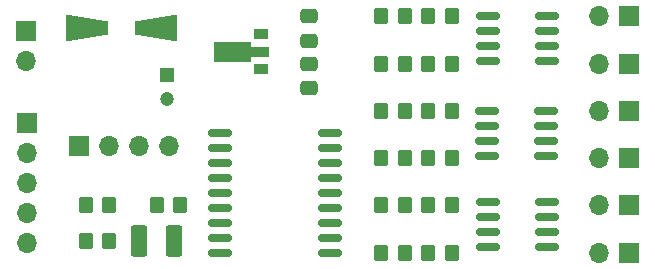
<source format=gbr>
%TF.GenerationSoftware,KiCad,Pcbnew,7.0.9*%
%TF.CreationDate,2023-12-22T17:01:32-08:00*%
%TF.ProjectId,Blinker5,426c696e-6b65-4723-952e-6b696361645f,n/c*%
%TF.SameCoordinates,Original*%
%TF.FileFunction,Soldermask,Top*%
%TF.FilePolarity,Negative*%
%FSLAX46Y46*%
G04 Gerber Fmt 4.6, Leading zero omitted, Abs format (unit mm)*
G04 Created by KiCad (PCBNEW 7.0.9) date 2023-12-22 17:01:32*
%MOMM*%
%LPD*%
G01*
G04 APERTURE LIST*
G04 Aperture macros list*
%AMRoundRect*
0 Rectangle with rounded corners*
0 $1 Rounding radius*
0 $2 $3 $4 $5 $6 $7 $8 $9 X,Y pos of 4 corners*
0 Add a 4 corners polygon primitive as box body*
4,1,4,$2,$3,$4,$5,$6,$7,$8,$9,$2,$3,0*
0 Add four circle primitives for the rounded corners*
1,1,$1+$1,$2,$3*
1,1,$1+$1,$4,$5*
1,1,$1+$1,$6,$7*
1,1,$1+$1,$8,$9*
0 Add four rect primitives between the rounded corners*
20,1,$1+$1,$2,$3,$4,$5,0*
20,1,$1+$1,$4,$5,$6,$7,0*
20,1,$1+$1,$6,$7,$8,$9,0*
20,1,$1+$1,$8,$9,$2,$3,0*%
%AMOutline4P*
0 Free polygon, 4 corners , with rotation*
0 The origin of the aperture is its center*
0 number of corners: always 4*
0 $1 to $8 corner X, Y*
0 $9 Rotation angle, in degrees counterclockwise*
0 create outline with 4 corners*
4,1,4,$1,$2,$3,$4,$5,$6,$7,$8,$1,$2,$9*%
%AMFreePoly0*
4,1,9,3.862500,-0.866500,0.737500,-0.866500,0.737500,-0.450000,-0.737500,-0.450000,-0.737500,0.450000,0.737500,0.450000,0.737500,0.866500,3.862500,0.866500,3.862500,-0.866500,3.862500,-0.866500,$1*%
G04 Aperture macros list end*
%ADD10R,1.300000X0.900000*%
%ADD11FreePoly0,180.000000*%
%ADD12RoundRect,0.150000X-0.875000X-0.150000X0.875000X-0.150000X0.875000X0.150000X-0.875000X0.150000X0*%
%ADD13RoundRect,0.250000X-0.350000X-0.450000X0.350000X-0.450000X0.350000X0.450000X-0.350000X0.450000X0*%
%ADD14RoundRect,0.150000X-0.825000X-0.150000X0.825000X-0.150000X0.825000X0.150000X-0.825000X0.150000X0*%
%ADD15R,1.700000X1.700000*%
%ADD16O,1.700000X1.700000*%
%ADD17RoundRect,0.250001X0.462499X1.074999X-0.462499X1.074999X-0.462499X-1.074999X0.462499X-1.074999X0*%
%ADD18Outline4P,-1.800000X-1.150000X1.800000X-0.550000X1.800000X0.550000X-1.800000X1.150000X180.000000*%
%ADD19Outline4P,-1.800000X-1.150000X1.800000X-0.550000X1.800000X0.550000X-1.800000X1.150000X0.000000*%
%ADD20RoundRect,0.250000X0.475000X-0.337500X0.475000X0.337500X-0.475000X0.337500X-0.475000X-0.337500X0*%
%ADD21R,1.200000X1.200000*%
%ADD22C,1.200000*%
%ADD23RoundRect,0.250000X-0.475000X0.337500X-0.475000X-0.337500X0.475000X-0.337500X0.475000X0.337500X0*%
G04 APERTURE END LIST*
D10*
%TO.C,U2*%
X128850000Y-66500000D03*
D11*
X128762500Y-65000000D03*
D10*
X128850000Y-63500000D03*
%TD*%
D12*
%TO.C,U1*%
X125350000Y-71920000D03*
X125350000Y-73190000D03*
X125350000Y-74460000D03*
X125350000Y-75730000D03*
X125350000Y-77000000D03*
X125350000Y-78270000D03*
X125350000Y-79540000D03*
X125350000Y-80810000D03*
X125350000Y-82080000D03*
X134650000Y-82080000D03*
X134650000Y-80810000D03*
X134650000Y-79540000D03*
X134650000Y-78270000D03*
X134650000Y-77000000D03*
X134650000Y-75730000D03*
X134650000Y-74460000D03*
X134650000Y-73190000D03*
X134650000Y-71920000D03*
%TD*%
D13*
%TO.C,R15*%
X114000000Y-81000000D03*
X116000000Y-81000000D03*
%TD*%
%TO.C,R14*%
X114000000Y-78000000D03*
X116000000Y-78000000D03*
%TD*%
%TO.C,R13*%
X139000000Y-82000000D03*
X141000000Y-82000000D03*
%TD*%
%TO.C,R12*%
X139000000Y-78000000D03*
X141000000Y-78000000D03*
%TD*%
%TO.C,R11*%
X139000000Y-74000000D03*
X141000000Y-74000000D03*
%TD*%
%TO.C,R10*%
X139000000Y-70000000D03*
X141000000Y-70000000D03*
%TD*%
%TO.C,R9*%
X139000000Y-66000000D03*
X141000000Y-66000000D03*
%TD*%
%TO.C,R8*%
X139000000Y-62000000D03*
X141000000Y-62000000D03*
%TD*%
%TO.C,R7*%
X143000000Y-82000000D03*
X145000000Y-82000000D03*
%TD*%
%TO.C,R6*%
X143000000Y-78000000D03*
X145000000Y-78000000D03*
%TD*%
%TO.C,R5*%
X143000000Y-74000000D03*
X145000000Y-74000000D03*
%TD*%
%TO.C,R4*%
X143000000Y-70000000D03*
X145000000Y-70000000D03*
%TD*%
%TO.C,R3*%
X143000000Y-66000000D03*
X145000000Y-66000000D03*
%TD*%
%TO.C,R2*%
X143000000Y-62000000D03*
X145000000Y-62000000D03*
%TD*%
%TO.C,R1*%
X120000000Y-78000000D03*
X122000000Y-78000000D03*
%TD*%
D14*
%TO.C,Q3*%
X148050000Y-77730000D03*
X148050000Y-79000000D03*
X148050000Y-80270000D03*
X148050000Y-81540000D03*
X153000000Y-81540000D03*
X153000000Y-80270000D03*
X153000000Y-79000000D03*
X153000000Y-77730000D03*
%TD*%
%TO.C,Q2*%
X148000000Y-70000000D03*
X148000000Y-71270000D03*
X148000000Y-72540000D03*
X148000000Y-73810000D03*
X152950000Y-73810000D03*
X152950000Y-72540000D03*
X152950000Y-71270000D03*
X152950000Y-70000000D03*
%TD*%
%TO.C,Q1*%
X148050000Y-62000000D03*
X148050000Y-63270000D03*
X148050000Y-64540000D03*
X148050000Y-65810000D03*
X153000000Y-65810000D03*
X153000000Y-64540000D03*
X153000000Y-63270000D03*
X153000000Y-62000000D03*
%TD*%
D15*
%TO.C,J9*%
X113380000Y-73000000D03*
D16*
X115920000Y-73000000D03*
X118460000Y-73000000D03*
X121000000Y-73000000D03*
%TD*%
D15*
%TO.C,J8*%
X109000000Y-71000000D03*
D16*
X109000000Y-73540000D03*
X109000000Y-76080000D03*
X109000000Y-78620000D03*
X109000000Y-81160000D03*
%TD*%
D15*
%TO.C,J7*%
X160000000Y-82000000D03*
D16*
X157460000Y-82000000D03*
%TD*%
D15*
%TO.C,J6*%
X160000000Y-78000000D03*
D16*
X157460000Y-78000000D03*
%TD*%
D15*
%TO.C,J5*%
X160000000Y-74000000D03*
D16*
X157460000Y-74000000D03*
%TD*%
D15*
%TO.C,J4*%
X160000000Y-70000000D03*
D16*
X157460000Y-70000000D03*
%TD*%
D15*
%TO.C,J3*%
X160000000Y-66000000D03*
D16*
X157460000Y-66000000D03*
%TD*%
%TO.C,J2*%
X157460000Y-62000000D03*
D15*
X160000000Y-62000000D03*
%TD*%
%TO.C,J1*%
X108900000Y-63225000D03*
D16*
X108900000Y-65765000D03*
%TD*%
D17*
%TO.C,D2*%
X121487500Y-81000000D03*
X118512500Y-81000000D03*
%TD*%
D18*
%TO.C,D1*%
X119900000Y-63000000D03*
D19*
X114100000Y-63000000D03*
%TD*%
D20*
%TO.C,C3*%
X132900000Y-68075000D03*
X132900000Y-66000000D03*
%TD*%
D21*
%TO.C,C2*%
X120900000Y-67000000D03*
D22*
X120900000Y-69000000D03*
%TD*%
D23*
%TO.C,C1*%
X132900000Y-62000000D03*
X132900000Y-64075000D03*
%TD*%
M02*

</source>
